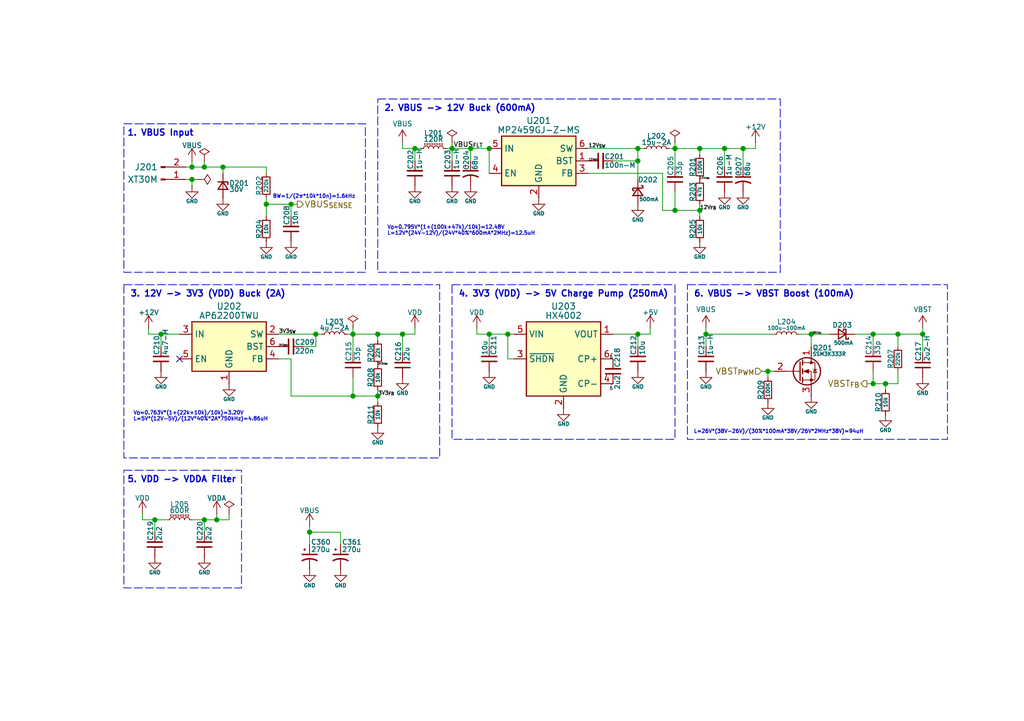
<source format=kicad_sch>
(kicad_sch (version 20250114) (generator "eeschema") (generator_version "9.0")
  (paper "A5")
  (lib_symbols
    (symbol "Bluesat:C_CompactH" (pin_numbers (hide yes)) (pin_names (offset 0.254) (hide yes))
      (property "Reference" "C" (at 0.762 0.889 0))
      (property "Value" "C_CompactH" (at -0.762 0.889 0))
      (symbol "C_CompactH_1_1"
        (pin passive line (at -2.54 0 0) (length 2.032) (name "~") (number "1"))
        (pin passive line (at 2.54 0 180) (length 2.032) (name "~") (number "2"))
      )
    )
    (symbol "Bluesat:C_CompactV" (pin_numbers (hide yes)) (pin_names (offset 0.254) (hide yes))
      (property "Reference" "C" (at 0.889 0.762 90))
      (property "Value" "C_CompactV" (at -0.889 0.762 90))
      (symbol "C_CompactV_1_1"
        (pin passive line (at 0 2.54 270) (length 2.032) (name "~") (number "2"))
        (pin passive line (at 0 -2.54 90) (length 2.032) (name "~") (number "1"))
      )
    )
    (symbol "Bluesat:MP2459GJ-Z-MS"
      (property "Reference" "U" (at -7.62 6.35 0))
      (property "Value" "MP2459GJ-Z-MS" (at 2.54 6.35 0))
      (symbol "MP2459GJ-Z-MS_1_1"
        (pin power_in line (at -10.16 2.54 0) (length 2.54) (name "IN") (number "5"))
        (pin passive line (at -10.16 -2.54 0) (length 2.54) (name "EN") (number "4"))
        (pin power_in line (at 0 -7.62 90) (length 2.54) (name "GND") (number "2"))
        (pin output line (at 10.16 2.54 180) (length 2.54) (name "SW") (number "6"))
        (pin passive line (at 10.16 0 180) (length 2.54) (name "BST") (number "1"))
        (pin input line (at 10.16 -2.54 180) (length 2.54) (name "FB") (number "3"))
      )
    )
    (symbol "Bluesat:R_CompactV" (pin_numbers (hide yes)) (pin_names (offset 0.254) (hide yes))
      (property "Reference" "R" (at -0.889 0 90))
      (property "Value" "R_CompactV" (at 0 0 90))
      (symbol "R_CompactV_1_1"
        (pin passive line (at 0 2.54 270) (length 0.762) (name "~") (number "1"))
        (pin passive line (at 0 -2.54 90) (length 0.762) (name "~") (number "2"))
      )
    )
    (symbol "Bluesat:VBST" (power) (pin_numbers (hide yes)) (pin_names (offset 0) (hide yes))
      (property "Value" "VBST" (at 0 3.556 0))
      (symbol "VBST_1_1"
        (pin power_in line (at 0 0 90) (length 0) (name "~") (number "1"))
      )
    )
    (symbol "C_CompactV_1" (pin_numbers (hide yes)) (pin_names (offset 0.254) (hide yes))
      (property "Reference" "C" (at -0.889 0.762 90))
      (property "Value" "C_CompactV" (at 0.889 0.762 90))
      (symbol "C_CompactV_1_1_1"
        (pin passive line (at 0 2.54 270) (length 2.032) (name "~") (number "2"))
        (pin passive line (at 0 -2.54 90) (length 2.032) (name "~") (number "1"))
      )
    )
    (symbol "C_CompactV_2" (pin_numbers (hide yes)) (pin_names (offset 0.254) (hide yes))
      (property "Reference" "C" (at -0.889 0.762 90))
      (property "Value" "C_CompactV" (at 0.889 0.762 90))
      (symbol "C_CompactV_2_1_1"
        (pin passive line (at 0 2.54 270) (length 2.032) (name "~") (number "2"))
        (pin passive line (at 0 -2.54 90) (length 2.032) (name "~") (number "1"))
      )
    )
    (symbol "Connector:Conn_01x02_Pin" (pin_names (offset 1.016) (hide yes))
      (property "Reference" "J" (at 0 2.54 0))
      (property "Value" "Conn_01x02_Pin" (at 0 -5.08 0))
      (symbol "Conn_01x02_Pin_1_1"
        (pin passive line (at 5.08 0 180) (length 3.81) (name "Pin_1") (number "1"))
        (pin passive line (at 5.08 -2.54 180) (length 3.81) (name "Pin_2") (number "2"))
      )
    )
    (symbol "D_Schottky_Small_1" (pin_numbers (hide yes)) (pin_names (offset 0.254) (hide yes))
      (property "Reference" "D" (at -1.27 2.032 0))
      (property "Value" "D_Schottky_Small" (at -7.112 -2.032 0))
      (symbol "D_Schottky_Small_1_1_1"
        (pin passive line (at -2.54 0 0) (length 1.778) (name "K") (number "1"))
        (pin passive line (at 2.54 0 180) (length 1.778) (name "A") (number "2"))
      )
    )
    (symbol "Device:C_Polarized_Small_US" (pin_numbers (hide yes)) (pin_names (offset 0.254) (hide yes))
      (property "Reference" "C" (at 0.254 1.778 0))
      (property "Value" "C_Polarized_Small_US" (at 0.254 -2.032 0))
      (symbol "C_Polarized_Small_US_1_1"
        (pin passive line (at 0 2.54 270) (length 2.032) (name "~") (number "1"))
        (pin passive line (at 0 -2.54 90) (length 2.032) (name "~") (number "2"))
      )
    )
    (symbol "Device:D_Schottky_Small" (pin_numbers (hide yes)) (pin_names (offset 0.254) (hide yes))
      (property "Reference" "D" (at -1.27 2.032 0))
      (property "Value" "D_Schottky_Small" (at -7.112 -2.032 0))
      (symbol "D_Schottky_Small_1_1"
        (pin passive line (at -2.54 0 0) (length 1.778) (name "K") (number "1"))
        (pin passive line (at 2.54 0 180) (length 1.778) (name "A") (number "2"))
      )
    )
    (symbol "Device:D_Zener_Small" (pin_numbers (hide yes)) (pin_names (offset 0.254) (hide yes))
      (property "Reference" "D" (at 0 2.286 0))
      (property "Value" "D_Zener_Small" (at 0 -2.286 0))
      (symbol "D_Zener_Small_1_1"
        (pin passive line (at -2.54 0 0) (length 1.778) (name "K") (number "1"))
        (pin passive line (at 2.54 0 180) (length 1.778) (name "A") (number "2"))
      )
    )
    (symbol "Device:L_Ferrite_Small" (pin_numbers (hide yes)) (pin_names (offset 0.254) (hide yes))
      (property "Reference" "L" (at 1.27 1.016 0))
      (property "Value" "L_Ferrite_Small" (at 1.27 -1.27 0))
      (symbol "L_Ferrite_Small_1_1"
        (pin passive line (at 0 2.54 270) (length 0.508) (name "~") (number "1"))
        (pin passive line (at 0 -2.54 90) (length 0.508) (name "~") (number "2"))
      )
    )
    (symbol "Device:L_Small" (pin_numbers (hide yes)) (pin_names (offset 0.254) (hide yes))
      (property "Reference" "L" (at 0.762 1.016 0))
      (property "Value" "L_Small" (at 0.762 -1.016 0))
      (symbol "L_Small_1_1"
        (pin passive line (at 0 2.54 270) (length 0.508) (name "~") (number "1"))
        (pin passive line (at 0 -2.54 90) (length 0.508) (name "~") (number "2"))
      )
    )
    (symbol "Regulator_SwitchedCapacitor:LTC1754"
      (property "Reference" "U" (at -7.62 10.16 0))
      (property "Value" "LTC1754" (at 5.08 10.16 0))
      (symbol "LTC1754_1_1"
        (pin power_in line (at -10.16 5.08 0) (length 2.54) (name "VIN") (number "5"))
        (pin input line (at -10.16 0 0) (length 2.54) (name "~{SHDN}") (number "3"))
        (pin power_in line (at 0 -10.16 90) (length 2.54) (name "GND") (number "2"))
        (pin power_out line (at 10.16 5.08 180) (length 2.54) (name "VOUT") (number "1"))
        (pin passive line (at 10.16 0 180) (length 2.54) (name "CP+") (number "6"))
        (pin passive line (at 10.16 -5.08 180) (length 2.54) (name "CP-") (number "4"))
      )
    )
    (symbol "Regulator_Switching:AP62300WU"
      (property "Reference" "U" (at -7.62 6.35 0))
      (property "Value" "AP62300WU" (at 2.54 6.35 0))
      (symbol "AP62300WU_1_1"
        (pin power_in line (at -10.16 2.54 0) (length 2.54) (name "IN") (number "3"))
        (pin passive line (at -10.16 -2.54 0) (length 2.54) (name "EN") (number "5"))
        (pin power_in line (at 0 -7.62 90) (length 2.54) (name "GND") (number "1"))
        (pin output line (at 10.16 2.54 180) (length 2.54) (name "SW") (number "2"))
        (pin passive line (at 10.16 0 180) (length 2.54) (name "BST") (number "6"))
        (pin input line (at 10.16 -2.54 180) (length 2.54) (name "FB") (number "4"))
      )
    )
    (symbol "Transistor_FET:Q_NMOS_DGS" (pin_names (offset 0) (hide yes))
      (property "Reference" "Q" (at 5.08 1.905 0))
      (property "Value" "Q_NMOS_DGS" (at 5.08 0 0))
      (symbol "Q_NMOS_DGS_1_1"
        (pin input line (at -5.08 0 0) (length 2.54) (name "G") (number "2"))
        (pin passive line (at 2.54 5.08 270) (length 2.54) (name "D") (number "1"))
        (pin passive line (at 2.54 -5.08 90) (length 2.54) (name "S") (number "3"))
      )
    )
    (symbol "power:+12V" (power) (pin_numbers (hide yes)) (pin_names (offset 0) (hide yes))
      (property "Value" "+12V" (at 0 3.556 0))
      (symbol "+12V_1_1"
        (pin power_in line (at 0 0 90) (length 0) (name "~") (number "1"))
      )
    )
    (symbol "power:+5V" (power) (pin_numbers (hide yes)) (pin_names (offset 0) (hide yes))
      (property "Value" "+5V" (at 0 3.556 0))
      (symbol "+5V_1_1"
        (pin power_in line (at 0 0 90) (length 0) (name "~") (number "1"))
      )
    )
    (symbol "power:GND" (power) (pin_numbers (hide yes)) (pin_names (offset 0) (hide yes))
      (property "Value" "GND" (at 0 -3.81 0))
      (symbol "GND_1_1"
        (pin power_in line (at 0 0 270) (length 0) (name "~") (number "1"))
      )
    )
    (symbol "power:PWR_FLAG" (power) (pin_numbers (hide yes)) (pin_names (offset 0) (hide yes))
      (property "Value" "PWR_FLAG" (at 0 3.81 0))
      (symbol "PWR_FLAG_0_0"
        (pin power_out line (at 0 0 90) (length 0) (name "~") (number "1"))
      )
    )
    (symbol "power:VBUS" (power) (pin_numbers (hide yes)) (pin_names (offset 0) (hide yes))
      (property "Value" "VBUS" (at 0 3.556 0))
      (symbol "VBUS_1_1"
        (pin power_in line (at 0 0 90) (length 0) (name "~") (number "1"))
      )
    )
    (symbol "power:VDD" (power) (pin_numbers (hide yes)) (pin_names (offset 0) (hide yes))
      (property "Value" "VDD" (at 0 3.556 0))
      (symbol "VDD_1_1"
        (pin power_in line (at 0 0 90) (length 0) (name "~") (number "1"))
      )
    )
    (symbol "power:VDDA" (power) (pin_numbers (hide yes)) (pin_names (offset 0) (hide yes))
      (property "Value" "VDDA" (at 0 3.556 0))
      (symbol "VDDA_1_1"
        (pin power_in line (at 0 0 90) (length 0) (name "~") (number "1"))
      )
    )
  )
  (rectangle (start 92.71 58.42) (end 138.43 90.17) (stroke (width 0) (type dash)))
  (rectangle (start 25.4 96.52) (end 49.53 120.65) (stroke (width 0) (type dash)))
  (rectangle (start 77.47 20.32) (end 160.02 55.88) (stroke (width 0) (type dash)))
  (rectangle (start 25.4 58.42) (end 90.17 93.98) (stroke (width 0) (type dash)))
  (rectangle (start 140.97 58.42) (end 194.31 90.17) (stroke (width 0) (type dash)))
  (rectangle (start 25.4 25.4) (end 74.93 55.88) (stroke (width 0) (type dash)))
  (text "BW=1/(2π*10k*10n)=1.6kHz" (at 55.88 40.005 0) (effects (font (size 0.762 0.762)) (justify left top)))
  (text "6. VBUS -> VBST Boost (100mA)" (at 142.24 59.69 0) (effects (font (size 1.27 1.27) (thickness 0.254) (bold yes)) (justify left top)))
  (text "2. VBUS -> 12V Buck (600mA)" (at 78.74 21.59 0) (effects (font (size 1.27 1.27) (thickness 0.254) (bold yes)) (justify left top)))
  (text "4. 3V3 (VDD) -> 5V Charge Pump (250mA)" (at 93.98 59.69 0) (effects (font (size 1.27 1.27) (thickness 0.254) (bold yes)) (justify left top)))
  (text "3. 12V -> 3V3 (VDD) Buck (2A)" (at 26.67 59.69 0) (effects (font (size 1.27 1.27) (thickness 0.254) (bold yes)) (justify left top)))
  (text "1. VBUS Input" (at 26.035 26.67 0) (effects (font (size 1.27 1.27) (thickness 0.254) (bold yes)) (justify left top)))
  (text "V_{O}=0.795V*(1+(100k+47k)/10k)=12.48V\nL=12V*(24V-12V)/(24V*40%*600mA*2MHz)=12.5uH" (at 79.375 46.355 0) (effects (font (size 0.762 0.762)) (justify left top)))
  (text "V_{O}=0.763V*(1+(22k+10k)/10k)=3.20V\nL=5V*(12V-5V)/(12V*40%*2A*750kHz)=4.86uH" (at 27.305 84.455 0) (effects (font (size 0.762 0.762)) (justify left top)))
  (text "5. VDD -> VDDA Filter" (at 26.035 97.79 0) (effects (font (size 1.27 1.27) (thickness 0.254) (bold yes)) (justify left top)))
  (text "L=26V*(38V-26V)/(30%*100mA*38V/26V*2MHz*38V)=94uH" (at 142.24 89.154 0) (effects (font (size 0.762 0.762)) (justify left bottom)))
  (junction (at 130.81 30.48))
  (junction (at 72.39 68.58))
  (junction (at 54.61 41.91))
  (junction (at 33.02 68.58))
  (junction (at 44.45 106.68))
  (junction (at 104.14 68.58))
  (junction (at 143.51 30.48))
  (junction (at 100.33 68.58))
  (junction (at 148.59 30.48))
  (junction (at 41.91 34.29))
  (junction (at 189.23 68.58))
  (junction (at 166.37 68.58))
  (junction (at 77.47 81.28))
  (junction (at 96.52 30.48))
  (junction (at 41.91 106.68))
  (junction (at 100.33 30.48))
  (junction (at 72.39 81.28))
  (junction (at 144.78 68.58))
  (junction (at 64.77 68.58))
  (junction (at 181.61 78.74))
  (junction (at 130.81 68.58))
  (junction (at 63.5 109.22))
  (junction (at 31.75 106.68))
  (junction (at 179.07 68.58))
  (junction (at 184.15 68.58))
  (junction (at 138.43 43.18))
  (junction (at 152.4 30.48))
  (junction (at 39.37 36.83))
  (junction (at 82.55 68.58))
  (junction (at 143.51 43.18))
  (junction (at 59.69 41.91))
  (junction (at 157.48 76.2))
  (junction (at 45.72 34.29))
  (junction (at 85.09 30.48))
  (junction (at 179.07 78.74))
  (junction (at 138.43 30.48))
  (junction (at 92.71 30.48))
  (junction (at 130.81 33.02))
  (junction (at 77.47 68.58))
  (junction (at 39.37 34.29))
  (no_connect (at 36.83 73.66))
  (wire (pts (xy 138.43 29.21) (xy 138.43 30.48)))
  (wire (pts (xy 100.33 68.58) (xy 104.14 68.58)))
  (wire (pts (xy 62.23 71.12) (xy 64.77 71.12)))
  (wire (pts (xy 31.75 106.68) (xy 34.29 106.68)))
  (wire (pts (xy 125.73 33.02) (xy 130.81 33.02)))
  (wire (pts (xy 158.75 76.2) (xy 157.48 76.2)))
  (wire (pts (xy 54.61 41.91) (xy 54.61 44.45)))
  (wire (pts (xy 54.61 41.91) (xy 59.69 41.91)))
  (wire (pts (xy 156.21 76.2) (xy 157.48 76.2)))
  (wire (pts (xy 143.51 30.48) (xy 148.59 30.48)))
  (wire (pts (xy 29.21 106.68) (xy 31.75 106.68)))
  (wire (pts (xy 130.81 68.58) (xy 130.81 71.12)))
  (wire (pts (xy 72.39 68.58) (xy 72.39 72.39)))
  (wire (pts (xy 133.35 67.31) (xy 133.35 68.58)))
  (wire (pts (xy 72.39 77.47) (xy 72.39 81.28)))
  (wire (pts (xy 33.02 68.58) (xy 36.83 68.58)))
  (wire (pts (xy 143.51 31.75) (xy 143.51 30.48)))
  (wire (pts (xy 148.59 30.48) (xy 148.59 34.29)))
  (wire (pts (xy 39.37 36.83) (xy 39.37 38.1)))
  (wire (pts (xy 39.37 36.83) (xy 40.64 36.83)))
  (wire (pts (xy 72.39 68.58) (xy 71.12 68.58)))
  (wire (pts (xy 137.16 30.48) (xy 138.43 30.48)))
  (wire (pts (xy 144.78 68.58) (xy 144.78 67.31)))
  (wire (pts (xy 138.43 43.18) (xy 143.51 43.18)))
  (wire (pts (xy 175.26 68.58) (xy 179.07 68.58)))
  (wire (pts (xy 92.71 30.48) (xy 92.71 33.02)))
  (wire (pts (xy 63.5 109.22) (xy 63.5 111.76)))
  (wire (pts (xy 179.07 68.58) (xy 179.07 71.12)))
  (wire (pts (xy 39.37 106.68) (xy 41.91 106.68)))
  (wire (pts (xy 144.78 68.58) (xy 158.75 68.58)))
  (wire (pts (xy 72.39 68.58) (xy 77.47 68.58)))
  (wire (pts (xy 82.55 30.48) (xy 82.55 29.21)))
  (wire (pts (xy 46.99 106.68) (xy 44.45 106.68)))
  (wire (pts (xy 120.65 30.48) (xy 130.81 30.48)))
  (wire (pts (xy 125.73 68.58) (xy 130.81 68.58)))
  (wire (pts (xy 179.07 78.74) (xy 179.07 76.2)))
  (wire (pts (xy 105.41 73.66) (xy 104.14 73.66)))
  (wire (pts (xy 82.55 72.39) (xy 82.55 68.58)))
  (wire (pts (xy 97.79 68.58) (xy 97.79 67.31)))
  (wire (pts (xy 59.69 73.66) (xy 57.15 73.66)))
  (wire (pts (xy 41.91 109.22) (xy 41.91 106.68)))
  (wire (pts (xy 100.33 68.58) (xy 100.33 71.12)))
  (wire (pts (xy 77.47 80.01) (xy 77.47 81.28)))
  (wire (pts (xy 184.15 68.58) (xy 189.23 68.58)))
  (wire (pts (xy 138.43 39.37) (xy 138.43 43.18)))
  (wire (pts (xy 143.51 43.18) (xy 143.51 44.45)))
  (wire (pts (xy 38.1 34.29) (xy 39.37 34.29)))
  (wire (pts (xy 57.15 68.58) (xy 64.77 68.58)))
  (wire (pts (xy 41.91 106.68) (xy 44.45 106.68)))
  (wire (pts (xy 143.51 41.91) (xy 143.51 43.18)))
  (wire (pts (xy 181.61 78.74) (xy 179.07 78.74)))
  (wire (pts (xy 100.33 30.48) (xy 100.33 35.56)))
  (wire (pts (xy 54.61 35.56) (xy 54.61 34.29)))
  (wire (pts (xy 72.39 81.28) (xy 59.69 81.28)))
  (wire (pts (xy 96.52 30.48) (xy 100.33 30.48)))
  (wire (pts (xy 72.39 67.31) (xy 72.39 68.58)))
  (wire (pts (xy 41.91 33.02) (xy 41.91 34.29)))
  (wire (pts (xy 181.61 78.74) (xy 181.61 80.01)))
  (wire (pts (xy 179.07 68.58) (xy 184.15 68.58)))
  (wire (pts (xy 92.71 30.48) (xy 96.52 30.48)))
  (wire (pts (xy 166.37 71.12) (xy 166.37 68.58)))
  (wire (pts (xy 85.09 30.48) (xy 86.36 30.48)))
  (wire (pts (xy 184.15 76.2) (xy 184.15 78.74)))
  (wire (pts (xy 39.37 34.29) (xy 41.91 34.29)))
  (wire (pts (xy 45.72 34.29) (xy 45.72 35.56)))
  (wire (pts (xy 41.91 34.29) (xy 45.72 34.29)))
  (wire (pts (xy 30.48 68.58) (xy 33.02 68.58)))
  (wire (pts (xy 59.69 41.91) (xy 59.69 44.45)))
  (wire (pts (xy 152.4 30.48) (xy 154.94 30.48)))
  (wire (pts (xy 138.43 30.48) (xy 143.51 30.48)))
  (wire (pts (xy 59.69 81.28) (xy 59.69 73.66)))
  (wire (pts (xy 77.47 81.28) (xy 77.47 82.55)))
  (wire (pts (xy 96.52 30.48) (xy 96.52 33.02)))
  (wire (pts (xy 69.85 111.76) (xy 69.85 109.22)))
  (wire (pts (xy 189.23 67.31) (xy 189.23 68.58)))
  (wire (pts (xy 46.99 105.41) (xy 46.99 106.68)))
  (wire (pts (xy 82.55 30.48) (xy 85.09 30.48)))
  (wire (pts (xy 44.45 106.68) (xy 44.45 105.41)))
  (wire (pts (xy 166.37 68.58) (xy 170.18 68.58)))
  (wire (pts (xy 157.48 76.2) (xy 157.48 77.47)))
  (wire (pts (xy 97.79 68.58) (xy 100.33 68.58)))
  (wire (pts (xy 29.21 106.68) (xy 29.21 105.41)))
  (wire (pts (xy 152.4 34.29) (xy 152.4 30.48)))
  (wire (pts (xy 154.94 30.48) (xy 154.94 29.21)))
  (wire (pts (xy 135.89 43.18) (xy 138.43 43.18)))
  (wire (pts (xy 33.02 68.58) (xy 33.02 71.12)))
  (wire (pts (xy 82.55 68.58) (xy 85.09 68.58)))
  (wire (pts (xy 72.39 81.28) (xy 77.47 81.28)))
  (wire (pts (xy 54.61 40.64) (xy 54.61 41.91)))
  (wire (pts (xy 184.15 78.74) (xy 181.61 78.74)))
  (wire (pts (xy 104.14 73.66) (xy 104.14 68.58)))
  (wire (pts (xy 92.71 29.21) (xy 92.71 30.48)))
  (wire (pts (xy 148.59 30.48) (xy 152.4 30.48)))
  (wire (pts (xy 184.15 68.58) (xy 184.15 71.12)))
  (wire (pts (xy 69.85 109.22) (xy 63.5 109.22)))
  (wire (pts (xy 77.47 69.85) (xy 77.47 68.58)))
  (wire (pts (xy 85.09 30.48) (xy 85.09 33.02)))
  (wire (pts (xy 31.75 106.68) (xy 31.75 109.22)))
  (wire (pts (xy 189.23 68.58) (xy 189.23 72.39)))
  (wire (pts (xy 130.81 68.58) (xy 133.35 68.58)))
  (wire (pts (xy 144.78 68.58) (xy 144.78 71.12)))
  (wire (pts (xy 64.77 68.58) (xy 66.04 68.58)))
  (wire (pts (xy 177.8 78.74) (xy 179.07 78.74)))
  (wire (pts (xy 104.14 68.58) (xy 105.41 68.58)))
  (wire (pts (xy 39.37 33.02) (xy 39.37 34.29)))
  (wire (pts (xy 77.47 68.58) (xy 82.55 68.58)))
  (wire (pts (xy 38.1 36.83) (xy 39.37 36.83)))
  (wire (pts (xy 135.89 35.56) (xy 135.89 43.18)))
  (wire (pts (xy 138.43 30.48) (xy 138.43 34.29)))
  (wire (pts (xy 91.44 30.48) (xy 92.71 30.48)))
  (wire (pts (xy 130.81 33.02) (xy 130.81 36.83)))
  (wire (pts (xy 85.09 68.58) (xy 85.09 67.31)))
  (wire (pts (xy 63.5 107.95) (xy 63.5 109.22)))
  (wire (pts (xy 64.77 68.58) (xy 64.77 71.12)))
  (wire (pts (xy 45.72 34.29) (xy 54.61 34.29)))
  (wire (pts (xy 59.69 41.91) (xy 60.96 41.91)))
  (wire (pts (xy 163.83 68.58) (xy 166.37 68.58)))
  (wire (pts (xy 30.48 68.58) (xy 30.48 67.31)))
  (wire (pts (xy 130.81 30.48) (xy 130.81 33.02)))
  (wire (pts (xy 130.81 30.48) (xy 132.08 30.48)))
  (wire (pts (xy 120.65 35.56) (xy 135.89 35.56)))
  (label "12V_{BST}" (at 120.65 33.02 0) (effects (font (size 0.381 0.381))))
  (label "12V_{SW}" (at 120.65 30.48 0) (effects (font (size 0.762 0.762))))
  (label "CP+" (at 125.73 73.66 90) (effects (font (size 0.381 0.381))))
  (label "3V3_{FB}" (at 77.47 81.28 0) (effects (font (size 0.762 0.762))))
  (label "3V3_{SW}" (at 57.15 68.58 0) (effects (font (size 0.762 0.762))))
  (label "VBUS_{FLT}" (at 99.06 30.48 180) (effects (font (size 1.016 1.016))))
  (label "12V_{FB}" (at 143.51 43.18 0) (effects (font (size 0.762 0.762))))
  (label "12V_{FBM}" (at 143.51 36.83 0) (effects (font (size 0.381 0.381))))
  (label "VBST_{SW}" (at 166.37 68.58 0) (effects (font (size 0.381 0.381))))
  (label "3V3_{BST}" (at 57.15 71.12 0) (effects (font (size 0.381 0.381))))
  (label "3V3_{FBM}" (at 77.47 74.93 0) (effects (font (size 0.381 0.381))))
  (label "CP-" (at 125.73 78.74 270) (effects (font (size 0.381 0.381))))
  (hierarchical_label "VBUS_{SENSE}" (shape output) (at 60.96 41.91 0))
  (hierarchical_label "VBST_{FB}" (shape output) (at 177.8 78.74 180))
  (hierarchical_label "VBST_{PWM}" (shape input) (at 156.21 76.2 180))
  (symbol (lib_id "power:GND") (at 39.37 38.1 0) (unit 1)
    (property "Reference" "#PWR0204" (effects (hide yes)))
    (property "Value" "GND" (at 39.37 41.275 0) (effects (font (size 0.762 0.762))))
    (property "Description" "Power symbol creates a global label with name \"GND\" , ground" (effects (hide yes)))
  )
  (symbol (lib_id "power:GND") (at 69.85 116.84 0) (unit 1)
    (property "Reference" "#PWR0238" (effects (hide yes)))
    (property "Value" "GND" (at 69.85 120.142 0) (effects (font (size 0.762 0.762))))
    (property "Description" "Power symbol creates a global label with name \"GND\" , ground" (effects (hide yes)))
  )
  (symbol (lib_id "power:GND") (at 143.51 49.53 0) (unit 1)
    (property "Reference" "#PWR0215" (effects (hide yes)))
    (property "Value" "GND" (at 143.51 52.705 0) (effects (font (size 0.762 0.762))))
    (property "Description" "Power symbol creates a global label with name \"GND\" , ground" (effects (hide yes)))
  )
  (symbol (lib_id "Bluesat:R_CompactV") (at 143.51 34.29 0) (unit 1)
    (property "Reference" "R201" (at 142.621 34.29 90) (effects (font (size 1.016 1.016)) (justify bottom)))
    (property "Value" "100k" (at 143.51 34.29 90) (effects (font (size 0.762 0.762))))
    (property "Footprint" "Resistor_SMD:R_0402_1005Metric" (effects (hide yes)))
    (property "Description" "Resistor, compact symbol" (effects (hide yes)))
  )
  (symbol (lib_id "Bluesat:C_CompactV") (at 123.19 33.02 270) (mirror x) (unit 1)
    (property "Reference" "C201" (at 123.952 32.131 90) (effects (font (size 1.016 1.016)) (justify left)))
    (property "Value" "100n-M" (at 123.952 33.909 90) (effects (font (size 1.016 1.016)) (justify left)))
    (property "Footprint" "Capacitor_SMD:C_0402_1005Metric" (effects (hide yes)))
    (property "Description" "Unpolarized capacitor, compact symbol" (effects (hide yes)))
  )
  (symbol (lib_name "C_CompactV_2") (lib_id "Bluesat:C_CompactV") (at 148.59 36.83 0) (unit 1)
    (property "Reference" "C206" (at 147.701 36.068 90) (effects (font (size 1.016 1.016)) (justify left)))
    (property "Value" "1u-M" (at 149.479 36.068 90) (effects (font (size 1.016 1.016)) (justify left)))
    (property "Footprint" "Capacitor_SMD:C_0805_2012Metric" (effects (hide yes)))
    (property "Description" "Unpolarized capacitor, compact symbol" (effects (hide yes)))
  )
  (symbol (lib_id "Device:C_Polarized_Small_US") (at 63.5 114.3 0) (unit 1)
    (property "Reference" "C360" (at 63.754 111.252 0) (effects (font (size 1.016 1.016)) (justify left)))
    (property "Value" "270u" (at 63.754 112.776 0) (effects (font (size 1.016 1.016)) (justify left)))
    (property "Footprint" "Capacitor_SMD:CP_Elec_10x10" (effects (hide yes)))
    (property "Description" "Polarized capacitor, small US symbol" (effects (hide yes)))
  )
  (symbol (lib_id "power:GND") (at 96.52 38.1 0) (unit 1)
    (property "Reference" "#PWR0207" (effects (hide yes)))
    (property "Value" "GND" (at 96.52 41.275 0) (effects (font (size 0.762 0.762))))
    (property "Description" "Power symbol creates a global label with name \"GND\" , ground" (effects (hide yes)))
  )
  (symbol (lib_id "Bluesat:C_CompactV") (at 59.69 46.99 0) (mirror y) (unit 1)
    (property "Reference" "C208" (at 58.801 46.228 90) (effects (font (size 1.016 1.016)) (justify left)))
    (property "Value" "10n" (at 60.579 46.228 90) (effects (font (size 1.016 1.016)) (justify left)))
    (property "Footprint" "Capacitor_SMD:C_0402_1005Metric" (effects (hide yes)))
    (property "Description" "Unpolarized capacitor, compact symbol" (effects (hide yes)))
  )
  (symbol (lib_id "power:GND") (at 63.5 116.84 0) (unit 1)
    (property "Reference" "#PWR0315" (effects (hide yes)))
    (property "Value" "GND" (at 63.5 120.142 0) (effects (font (size 0.762 0.762))))
    (property "Description" "Power symbol creates a global label with name \"GND\" , ground" (effects (hide yes)))
  )
  (symbol (lib_id "power:GND") (at 54.61 49.53 0) (unit 1)
    (property "Reference" "#PWR0213" (effects (hide yes)))
    (property "Value" "GND" (at 54.61 52.705 0) (effects (font (size 0.762 0.762))))
    (property "Description" "Power symbol creates a global label with name \"GND\" , ground" (effects (hide yes)))
  )
  (symbol (lib_id "Device:L_Small") (at 68.58 68.58 90) (unit 1)
    (property "Reference" "L203" (at 68.58 66.04 90) (effects (font (size 1.016 1.016))))
    (property "Value" "4u7-2A" (at 68.58 67.31 90) (effects (font (size 1.016 1.016))))
    (property "Footprint" "Inductor_SMD:L_Changjiang_FNR4020S" (effects (hide yes)))
    (property "Description" "Inductor, small symbol" (effects (hide yes)))
  )
  (symbol (lib_id "power:GND") (at 77.47 87.63 0) (unit 1)
    (property "Reference" "#PWR0233" (effects (hide yes)))
    (property "Value" "GND" (at 77.47 90.805 0) (effects (font (size 0.762 0.762))))
    (property "Description" "Power symbol creates a global label with name \"GND\" , ground" (effects (hide yes)))
  )
  (symbol (lib_id "power:GND") (at 152.4 39.37 0) (unit 1)
    (property "Reference" "#PWR0209" (effects (hide yes)))
    (property "Value" "GND" (at 152.4 42.545 0) (effects (font (size 0.762 0.762))))
    (property "Description" "Power symbol creates a global label with name \"GND\" , ground" (effects (hide yes)))
  )
  (symbol (lib_id "Bluesat:R_CompactV") (at 77.47 85.09 0) (unit 1)
    (property "Reference" "R211" (at 76.581 85.09 90) (effects (font (size 1.016 1.016)) (justify bottom)))
    (property "Value" "10k" (at 77.47 85.09 90) (effects (font (size 0.762 0.762))))
    (property "Footprint" "Resistor_SMD:R_0402_1005Metric" (effects (hide yes)))
    (property "Description" "Resistor, compact symbol" (effects (hide yes)))
  )
  (symbol (lib_id "Device:L_Small") (at 161.29 68.58 90) (unit 1)
    (property "Reference" "L204" (at 161.29 66.04 90) (effects (font (size 1.016 1.016))))
    (property "Value" "100u-100mA" (at 161.29 67.31 90) (effects (font (size 0.762 0.762))))
    (property "Footprint" "Inductor_SMD:L_0805_2012Metric" (effects (hide yes)))
    (property "Description" "Inductor, small symbol" (effects (hide yes)))
  )
  (symbol (lib_id "power:GND") (at 181.61 85.09 0) (unit 1)
    (property "Reference" "#PWR0232" (effects (hide yes)))
    (property "Value" "GND" (at 181.61 88.265 0) (effects (font (size 0.762 0.762))))
    (property "Description" "Power symbol creates a global label with name \"GND\" , ground" (effects (hide yes)))
  )
  (symbol (lib_id "power:GND") (at 31.75 114.3 0) (unit 1)
    (property "Reference" "#PWR0236" (effects (hide yes)))
    (property "Value" "GND" (at 31.75 117.475 0) (effects (font (size 0.762 0.762))))
    (property "Description" "Power symbol creates a global label with name \"GND\" , ground" (effects (hide yes)))
  )
  (symbol (lib_id "Regulator_SwitchedCapacitor:LTC1754") (at 115.57 73.66 0) (unit 1)
    (property "Reference" "U203" (at 115.57 62.865 0))
    (property "Value" "HX4002" (at 115.57 64.77 0))
    (property "Footprint" "Package_TO_SOT_SMD:SOT-23-6" (effects (hide yes)))
    (property "Datasheet" "https://www.analog.com/media/en/technical-documentation/data-sheets/175435f.pdf" (effects (hide yes)))
    (property "Description" "40mA charge-pump, SOT-23-6" (effects (hide yes)))
  )
  (symbol (lib_id "power:VDD") (at 85.09 67.31 0) (unit 1)
    (property "Reference" "#PWR0217" (effects (hide yes)))
    (property "Value" "VDD" (at 85.09 64.135 0) (effects (font (size 1.016 1.016))))
    (property "Description" "Power symbol creates a global label with name \"VDD\"" (effects (hide yes)))
  )
  (symbol (lib_id "power:PWR_FLAG") (at 92.71 29.21 0) (unit 1)
    (property "Reference" "#FLG0201" (effects (hide yes)))
    (property "Value" "PWR_FLAG" (effects (hide yes)))
    (property "Description" "Special symbol for telling ERC where power comes from" (effects (hide yes)))
  )
  (symbol (lib_id "power:GND") (at 92.71 38.1 0) (unit 1)
    (property "Reference" "#PWR0206" (effects (hide yes)))
    (property "Value" "GND" (at 92.71 41.275 0) (effects (font (size 0.762 0.762))))
    (property "Description" "Power symbol creates a global label with name \"GND\" , ground" (effects (hide yes)))
  )
  (symbol (lib_id "Bluesat:C_CompactV") (at 179.07 73.66 0) (unit 1)
    (property "Reference" "C214" (at 178.181 72.898 90) (effects (font (size 1.016 1.016)) (justify left)))
    (property "Value" "33p" (at 179.959 72.898 90) (effects (font (size 1.016 1.016)) (justify left)))
    (property "Footprint" "Capacitor_SMD:C_0402_1005Metric" (effects (hide yes)))
    (property "Description" "Unpolarized capacitor, compact symbol" (effects (hide yes)))
  )
  (symbol (lib_name "D_Schottky_Small_1") (lib_id "Device:D_Schottky_Small") (at 130.81 39.37 270) (unit 1)
    (property "Reference" "D202" (at 130.81 37.465 90) (effects (font (size 1.016 1.016)) (justify left bottom)))
    (property "Value" "500mA" (at 131.064 40.894 90) (effects (font (size 0.762 0.762)) (justify left)))
    (property "Footprint" "Diode_SMD:D_SOD-123" (effects (hide yes)))
    (property "Description" "Schottky diode, small symbol" (effects (hide yes)))
  )
  (symbol (lib_id "power:GND") (at 148.59 39.37 0) (unit 1)
    (property "Reference" "#PWR0208" (effects (hide yes)))
    (property "Value" "GND" (at 148.59 42.545 0) (effects (font (size 0.762 0.762))))
    (property "Description" "Power symbol creates a global label with name \"GND\" , ground" (effects (hide yes)))
  )
  (symbol (lib_id "power:GND") (at 110.49 40.64 0) (unit 1)
    (property "Reference" "#PWR0211" (effects (hide yes)))
    (property "Value" "GND" (at 110.49 43.815 0) (effects (font (size 0.762 0.762))))
    (property "Description" "Power symbol creates a global label with name \"GND\" , ground" (effects (hide yes)))
  )
  (symbol (lib_id "Bluesat:R_CompactV") (at 77.47 72.39 0) (unit 1)
    (property "Reference" "R206" (at 76.581 72.39 90) (effects (font (size 1.016 1.016)) (justify bottom)))
    (property "Value" "22k" (at 77.47 72.39 90) (effects (font (size 0.762 0.762))))
    (property "Footprint" "Resistor_SMD:R_0402_1005Metric" (effects (hide yes)))
    (property "Description" "Resistor, compact symbol" (effects (hide yes)))
  )
  (symbol (lib_id "power:GND") (at 157.48 82.55 0) (unit 1)
    (property "Reference" "#PWR0230" (effects (hide yes)))
    (property "Value" "GND" (at 157.48 85.725 0) (effects (font (size 0.762 0.762))))
    (property "Description" "Power symbol creates a global label with name \"GND\" , ground" (effects (hide yes)))
  )
  (symbol (lib_id "power:PWR_FLAG") (at 41.91 33.02 0) (unit 1)
    (property "Reference" "#FLG0203" (effects (hide yes)))
    (property "Value" "PWR_FLAG" (effects (hide yes)))
    (property "Description" "Special symbol for telling ERC where power comes from" (effects (hide yes)))
  )
  (symbol (lib_id "Transistor_FET:Q_NMOS_DGS") (at 163.83 76.2 0) (unit 1)
    (property "Reference" "Q201" (at 166.624 71.374 0) (effects (font (size 1.016 1.016)) (justify left)))
    (property "Value" "SSM3K333R" (at 166.624 72.644 0) (effects (font (size 0.762 0.762)) (justify left)))
    (property "Footprint" "Package_TO_SOT_SMD:TSOT-23" (effects (hide yes)))
    (property "Description" "N-MOSFET transistor, drain/gate/source" (effects (hide yes)))
  )
  (symbol (lib_id "Bluesat:R_CompactV") (at 54.61 46.99 0) (unit 1)
    (property "Reference" "R204" (at 53.721 46.99 90) (effects (font (size 1.016 1.016)) (justify bottom)))
    (property "Value" "10k" (at 54.61 46.99 90) (effects (font (size 0.762 0.762))))
    (property "Footprint" "Resistor_SMD:R_0402_1005Metric" (effects (hide yes)))
    (property "Description" "Resistor, compact symbol" (effects (hide yes)))
  )
  (symbol (lib_id "power:GND") (at 130.81 76.2 0) (unit 1)
    (property "Reference" "#PWR0224" (effects (hide yes)))
    (property "Value" "GND" (at 130.81 79.375 0) (effects (font (size 0.762 0.762))))
    (property "Description" "Power symbol creates a global label with name \"GND\" , ground" (effects (hide yes)))
  )
  (symbol (lib_id "Bluesat:C_CompactV") (at 82.55 74.93 0) (mirror y) (unit 1)
    (property "Reference" "C216" (at 81.661 74.168 90) (effects (font (size 1.016 1.016)) (justify left)))
    (property "Value" "22u" (at 83.439 74.168 90) (effects (font (size 1.016 1.016)) (justify left)))
    (property "Footprint" "Capacitor_SMD:C_1210_3225Metric" (effects (hide yes)))
    (property "Description" "Unpolarized capacitor, compact symbol" (effects (hide yes)))
  )
  (symbol (lib_id "power:+12V") (at 30.48 67.31 0) (unit 1)
    (property "Reference" "#PWR0216" (effects (hide yes)))
    (property "Value" "+12V" (at 30.48 64.135 0) (effects (font (size 1.016 1.016))))
    (property "Description" "Power symbol creates a global label with name \"+12V\"" (effects (hide yes)))
  )
  (symbol (lib_id "Device:D_Zener_Small") (at 45.72 38.1 270) (unit 1)
    (property "Reference" "D201" (at 46.99 37.592 90) (effects (font (size 1.016 1.016)) (justify left)))
    (property "Value" "30V" (at 46.99 38.862 90) (effects (font (size 1.016 1.016)) (justify left)))
    (property "Footprint" "Diode_SMD:D_SOD-123F" (effects (hide yes)))
    (property "Description" "Zener diode, small symbol" (effects (hide yes)))
  )
  (symbol (lib_id "power:+5V") (at 133.35 67.31 0) (unit 1)
    (property "Reference" "#PWR0219" (effects (hide yes)))
    (property "Value" "+5V" (at 133.35 64.135 0) (effects (font (size 1.016 1.016))))
    (property "Description" "Power symbol creates a global label with name \"+5V\"" (effects (hide yes)))
  )
  (symbol (lib_id "Bluesat:C_CompactV") (at 59.69 71.12 270) (mirror x) (unit 1)
    (property "Reference" "C209" (at 60.452 70.231 90) (effects (font (size 1.016 1.016)) (justify left)))
    (property "Value" "220n" (at 60.452 72.009 90) (effects (font (size 1.016 1.016)) (justify left)))
    (property "Footprint" "Capacitor_SMD:C_0402_1005Metric" (effects (hide yes)))
    (property "Description" "Unpolarized capacitor, compact symbol" (effects (hide yes)))
  )
  (symbol (lib_id "Bluesat:C_CompactV") (at 189.23 74.93 0) (unit 1)
    (property "Reference" "C217" (at 188.341 74.168 90) (effects (font (size 1.016 1.016)) (justify left)))
    (property "Value" "2u2-H" (at 190.119 74.168 90) (effects (font (size 1.016 1.016)) (justify left)))
    (property "Footprint" "Capacitor_SMD:C_1206_3216Metric" (effects (hide yes)))
    (property "Description" "Unpolarized capacitor, compact symbol" (effects (hide yes)))
  )
  (symbol (lib_id "Device:L_Ferrite_Small") (at 88.9 30.48 90) (unit 1)
    (property "Reference" "L201" (at 88.9 27.305 90) (effects (font (size 1.016 1.016))))
    (property "Value" "120R" (at 88.9 28.575 90) (effects (font (size 1.016 1.016))))
    (property "Footprint" "Resistor_SMD:R_0603_1608Metric" (effects (hide yes)))
    (property "Description" "Inductor with ferrite core, small symbol" (effects (hide yes)))
  )
  (symbol (lib_id "Bluesat:C_CompactV") (at 144.78 73.66 0) (unit 1)
    (property "Reference" "C213" (at 143.891 72.898 90) (effects (font (size 1.016 1.016)) (justify left)))
    (property "Value" "1u-H" (at 145.669 72.898 90) (effects (font (size 1.016 1.016)) (justify left)))
    (property "Footprint" "Capacitor_SMD:C_1206_3216Metric" (effects (hide yes)))
    (property "Description" "Unpolarized capacitor, compact symbol" (effects (hide yes)))
  )
  (symbol (lib_id "Bluesat:R_CompactV") (at 143.51 39.37 0) (unit 1)
    (property "Reference" "R203" (at 142.621 39.37 90) (effects (font (size 1.016 1.016)) (justify bottom)))
    (property "Value" "47k" (at 143.51 39.37 90) (effects (font (size 0.762 0.762))))
    (property "Footprint" "Resistor_SMD:R_0402_1005Metric" (effects (hide yes)))
    (property "Description" "Resistor, compact symbol" (effects (hide yes)))
  )
  (symbol (lib_id "Device:D_Schottky_Small") (at 172.72 68.58 180) (unit 1)
    (property "Reference" "D203" (at 172.72 67.31 0) (effects (font (size 1.016 1.016)) (justify top)))
    (property "Value" "500mA" (at 172.974 70.358 0) (effects (font (size 0.762 0.762))))
    (property "Footprint" "Diode_SMD:D_SOD-123" (effects (hide yes)))
    (property "Description" "Schottky diode, small symbol" (effects (hide yes)))
  )
  (symbol (lib_id "power:VDDA") (at 44.45 105.41 0) (unit 1)
    (property "Reference" "#PWR0235" (effects (hide yes)))
    (property "Value" "VDDA" (at 44.45 102.235 0) (effects (font (size 1.016 1.016))))
    (property "Description" "Power symbol creates a global label with name \"VDDA\"" (effects (hide yes)))
  )
  (symbol (lib_id "Bluesat:R_CompactV") (at 77.47 77.47 0) (unit 1)
    (property "Reference" "R208" (at 76.581 77.47 90) (effects (font (size 1.016 1.016)) (justify bottom)))
    (property "Value" "10k" (at 77.47 77.47 90) (effects (font (size 0.762 0.762))))
    (property "Footprint" "Resistor_SMD:R_0402_1005Metric" (effects (hide yes)))
    (property "Description" "Resistor, compact symbol" (effects (hide yes)))
  )
  (symbol (lib_id "power:PWR_FLAG") (at 46.99 105.41 0) (unit 1)
    (property "Reference" "#FLG0206" (effects (hide yes)))
    (property "Value" "PWR_FLAG" (effects (hide yes)))
    (property "Description" "Special symbol for telling ERC where power comes from" (effects (hide yes)))
  )
  (symbol (lib_id "power:GND") (at 85.09 38.1 0) (unit 1)
    (property "Reference" "#PWR0205" (effects (hide yes)))
    (property "Value" "GND" (at 85.09 41.275 0) (effects (font (size 0.762 0.762))))
    (property "Description" "Power symbol creates a global label with name \"GND\" , ground" (effects (hide yes)))
  )
  (symbol (lib_name "C_CompactV_2") (lib_id "Bluesat:C_CompactV") (at 41.91 111.76 0) (unit 1)
    (property "Reference" "C220" (at 41.021 110.998 90) (effects (font (size 1.016 1.016)) (justify left)))
    (property "Value" "2u2" (at 42.799 110.998 90) (effects (font (size 1.016 1.016)) (justify left)))
    (property "Footprint" "Capacitor_SMD:C_0603_1608Metric" (effects (hide yes)))
    (property "Description" "Unpolarized capacitor, compact symbol" (effects (hide yes)))
  )
  (symbol (lib_id "power:VBUS") (at 82.55 29.21 0) (unit 1)
    (property "Reference" "#PWR0201" (effects (hide yes)))
    (property "Value" "VBUS" (at 82.55 25.4 0) (effects (font (size 1.016 1.016))))
    (property "Description" "Power symbol creates a global label with name \"VBUS\"" (effects (hide yes)))
  )
  (symbol (lib_id "power:VBUS") (at 144.78 67.31 0) (unit 1)
    (property "Reference" "#PWR0220" (effects (hide yes)))
    (property "Value" "VBUS" (at 144.78 63.5 0) (effects (font (size 1.016 1.016))))
    (property "Description" "Power symbol creates a global label with name \"VBUS\"" (effects (hide yes)))
  )
  (symbol (lib_id "power:VDD") (at 29.21 105.41 0) (unit 1)
    (property "Reference" "#PWR0234" (effects (hide yes)))
    (property "Value" "VDD" (at 29.21 102.235 0) (effects (font (size 1.016 1.016))))
    (property "Description" "Power symbol creates a global label with name \"VDD\"" (effects (hide yes)))
  )
  (symbol (lib_id "Bluesat:MP2459GJ-Z-MS") (at 110.49 33.02 0) (unit 1)
    (property "Reference" "U201" (at 110.49 24.765 0))
    (property "Value" "MP2459GJ-Z-MS" (at 110.49 26.67 0))
    (property "Footprint" "Package_TO_SOT_SMD:TSOT-23-6" (effects (hide yes)))
    (property "Datasheet" "https://www.lcsc.com/datasheet/lcsc_datasheet_2504101957_MSKSEMI-MP2459GJ-Z-MS_C45367195.pdf" (effects (hide yes)))
    (property "Description" "monolithic, step-down, switch mode converter with a built-in power MOSFET" (effects (hide yes)))
  )
  (symbol (lib_id "power:GND") (at 41.91 114.3 0) (unit 1)
    (property "Reference" "#PWR0237" (effects (hide yes)))
    (property "Value" "GND" (at 41.91 117.475 0) (effects (font (size 0.762 0.762))))
    (property "Description" "Power symbol creates a global label with name \"GND\" , ground" (effects (hide yes)))
  )
  (symbol (lib_id "Regulator_Switching:AP62300WU") (at 46.99 71.12 0) (unit 1)
    (property "Reference" "U202" (at 46.99 62.865 0))
    (property "Value" "AP62200TWU" (at 46.99 64.77 0))
    (property "Footprint" "Package_TO_SOT_SMD:TSOT-23-6" (effects (hide yes)))
    (property "Datasheet" "https://www.diodes.com/assets/Datasheets/AP62300_AP62301_AP62300T.pdf" (effects (hide yes)))
    (property "Description" "3A, 750kHz Buck DC/DC Converter, PFM for light load efficiency, 4.2V-18V input voltage, 0.8V-7V adjustable output voltage, TSOT-23-6" (effects (hide yes)))
  )
  (symbol (lib_id "power:GND") (at 166.37 81.28 0) (unit 1)
    (property "Reference" "#PWR0229" (effects (hide yes)))
    (property "Value" "GND" (at 166.37 84.455 0) (effects (font (size 0.762 0.762))))
    (property "Description" "Power symbol creates a global label with name \"GND\" , ground" (effects (hide yes)))
  )
  (symbol (lib_id "power:GND") (at 33.02 76.2 0) (unit 1)
    (property "Reference" "#PWR0222" (effects (hide yes)))
    (property "Value" "GND" (at 33.02 79.375 0) (effects (font (size 0.762 0.762))))
    (property "Description" "Power symbol creates a global label with name \"GND\" , ground" (effects (hide yes)))
  )
  (symbol (lib_id "power:VBUS") (at 63.5 107.95 0) (unit 1)
    (property "Reference" "#PWR0239" (effects (hide yes)))
    (property "Value" "VBUS" (at 63.5 104.775 0) (effects (font (size 1.016 1.016))))
    (property "Description" "Power symbol creates a global label with name \"VBUS\"" (effects (hide yes)))
  )
  (symbol (lib_id "power:PWR_FLAG") (at 72.39 67.31 0) (unit 1)
    (property "Reference" "#FLG0205" (effects (hide yes)))
    (property "Value" "PWR_FLAG" (effects (hide yes)))
    (property "Description" "Special symbol for telling ERC where power comes from" (effects (hide yes)))
  )
  (symbol (lib_id "power:GND") (at 46.99 78.74 0) (unit 1)
    (property "Reference" "#PWR0228" (effects (hide yes)))
    (property "Value" "GND" (at 46.99 81.915 0) (effects (font (size 0.762 0.762))))
    (property "Description" "Power symbol creates a global label with name \"GND\" , ground" (effects (hide yes)))
  )
  (symbol (lib_id "Bluesat:C_CompactV") (at 138.43 36.83 0) (mirror y) (unit 1)
    (property "Reference" "C205" (at 137.541 36.068 90) (effects (font (size 1.016 1.016)) (justify left)))
    (property "Value" "33p" (at 139.319 36.068 90) (effects (font (size 1.016 1.016)) (justify left)))
    (property "Footprint" "Capacitor_SMD:C_0402_1005Metric" (effects (hide yes)))
    (property "Description" "Unpolarized capacitor, compact symbol" (effects (hide yes)))
  )
  (symbol (lib_name "C_CompactV_2") (lib_id "Bluesat:C_CompactV") (at 92.71 35.56 0) (unit 1)
    (property "Reference" "C203" (at 91.821 34.798 90) (effects (font (size 1.016 1.016)) (justify left)))
    (property "Value" "1u-H" (at 93.599 34.798 90) (effects (font (size 1.016 1.016)) (justify left)))
    (property "Footprint" "Capacitor_SMD:C_1206_3216Metric" (effects (hide yes)))
    (property "Description" "Unpolarized capacitor, compact symbol" (effects (hide yes)))
  )
  (symbol (lib_id "Bluesat:C_CompactV") (at 33.02 73.66 0) (mirror y) (unit 1)
    (property "Reference" "C210" (at 32.131 72.898 90) (effects (font (size 1.016 1.016)) (justify left)))
    (property "Value" "4u7-M" (at 33.909 72.898 90) (effects (font (size 1.016 1.016)) (justify left)))
    (property "Footprint" "Capacitor_SMD:C_1206_3216Metric" (effects (hide yes)))
    (property "Description" "Unpolarized capacitor, compact symbol" (effects (hide yes)))
  )
  (symbol (lib_id "power:+12V") (at 154.94 29.21 0) (unit 1)
    (property "Reference" "#PWR0202" (effects (hide yes)))
    (property "Value" "+12V" (at 154.94 26.035 0) (effects (font (size 1.016 1.016))))
    (property "Description" "Power symbol creates a global label with name \"+12V\"" (effects (hide yes)))
  )
  (symbol (lib_id "Device:C_Polarized_Small_US") (at 96.52 35.56 0) (unit 1)
    (property "Reference" "C204" (at 95.631 34.925 90) (effects (font (size 1.016 1.016)) (justify left)))
    (property "Value" "68u" (at 97.409 34.925 90) (effects (font (size 1.016 1.016)) (justify left)))
    (property "Footprint" "Capacitor_SMD:CP_Elec_6.3x7.7" (effects (hide yes)))
    (property "Description" "Polarized capacitor, small US symbol" (effects (hide yes)))
  )
  (symbol (lib_id "Device:L_Ferrite_Small") (at 36.83 106.68 90) (unit 1)
    (property "Reference" "L205" (at 36.83 103.505 90) (effects (font (size 1.016 1.016))))
    (property "Value" "600R" (at 36.83 104.775 90) (effects (font (size 1.016 1.016))))
    (property "Footprint" "Resistor_SMD:R_0402_1005Metric" (effects (hide yes)))
    (property "Description" "Inductor with ferrite core, small symbol" (effects (hide yes)))
  )
  (symbol (lib_id "power:PWR_FLAG") (at 138.43 29.21 0) (unit 1)
    (property "Reference" "#FLG0202" (effects (hide yes)))
    (property "Value" "PWR_FLAG" (effects (hide yes)))
    (property "Description" "Special symbol for telling ERC where power comes from" (effects (hide yes)))
  )
  (symbol (lib_name "C_CompactV_1") (lib_id "Bluesat:C_CompactV") (at 100.33 73.66 0) (mirror y) (unit 1)
    (property "Reference" "C211" (at 101.219 72.898 90) (effects (font (size 1.016 1.016)) (justify left)))
    (property "Value" "10u" (at 99.441 72.898 90) (effects (font (size 1.016 1.016)) (justify left)))
    (property "Footprint" "Capacitor_SMD:C_1206_3216Metric" (effects (hide yes)))
    (property "Description" "Unpolarized capacitor, compact symbol" (effects (hide yes)))
  )
  (symbol (lib_id "power:VBUS") (at 39.37 33.02 0) (unit 1)
    (property "Reference" "#PWR0203" (effects (hide yes)))
    (property "Value" "VBUS" (at 39.37 29.845 0) (effects (font (size 1.016 1.016))))
    (property "Description" "Power symbol creates a global label with name \"VBUS\"" (effects (hide yes)))
  )
  (symbol (lib_id "Connector:Conn_01x02_Pin") (at 33.02 36.83 0) (mirror x) (unit 1)
    (property "Reference" "J201" (at 32.385 34.29 0) (effects (justify right)))
    (property "Value" "XT30M" (at 32.385 36.83 0) (effects (justify right)))
    (property "Footprint" "Connector_AMASS:AMASS_XT30U-M_1x02_P5.0mm_Vertical" (effects (hide yes)))
    (property "Description" "Generic connector, single row, 01x02, script generated" (effects (hide yes)))
  )
  (symbol (lib_id "power:GND") (at 100.33 76.2 0) (unit 1)
    (property "Reference" "#PWR0223" (effects (hide yes)))
    (property "Value" "GND" (at 100.33 79.375 0) (effects (font (size 0.762 0.762))))
    (property "Description" "Power symbol creates a global label with name \"GND\" , ground" (effects (hide yes)))
  )
  (symbol (lib_id "power:VDD") (at 97.79 67.31 0) (unit 1)
    (property "Reference" "#PWR0218" (effects (hide yes)))
    (property "Value" "VDD" (at 97.79 64.135 0) (effects (font (size 1.016 1.016))))
    (property "Description" "Power symbol creates a global label with name \"VDD\"" (effects (hide yes)))
  )
  (symbol (lib_id "power:GND") (at 144.78 76.2 0) (unit 1)
    (property "Reference" "#PWR0225" (effects (hide yes)))
    (property "Value" "GND" (at 144.78 79.375 0) (effects (font (size 0.762 0.762))))
    (property "Description" "Power symbol creates a global label with name \"GND\" , ground" (effects (hide yes)))
  )
  (symbol (lib_id "Bluesat:R_CompactV") (at 184.15 73.66 0) (unit 1)
    (property "Reference" "R207" (at 183.261 73.66 90) (effects (font (size 1.016 1.016)) (justify bottom)))
    (property "Value" "220k" (at 184.15 73.66 90) (effects (font (size 0.762 0.762))))
    (property "Footprint" "Resistor_SMD:R_0402_1005Metric" (effects (hide yes)))
    (property "Description" "Resistor, compact symbol" (effects (hide yes)))
  )
  (symbol (lib_id "Bluesat:R_CompactV") (at 143.51 46.99 0) (unit 1)
    (property "Reference" "R205" (at 142.621 46.99 90) (effects (font (size 1.016 1.016)) (justify bottom)))
    (property "Value" "10k" (at 143.51 46.99 90) (effects (font (size 0.762 0.762))))
    (property "Footprint" "Resistor_SMD:R_0402_1005Metric" (effects (hide yes)))
    (property "Description" "Resistor, compact symbol" (effects (hide yes)))
  )
  (symbol (lib_id "Bluesat:R_CompactV") (at 54.61 38.1 0) (unit 1)
    (property "Reference" "R202" (at 53.721 38.1 90) (effects (font (size 1.016 1.016)) (justify bottom)))
    (property "Value" "220k" (at 54.61 38.1 90) (effects (font (size 0.762 0.762))))
    (property "Footprint" "Resistor_SMD:R_0402_1005Metric" (effects (hide yes)))
    (property "Description" "Resistor, compact symbol" (effects (hide yes)))
  )
  (symbol (lib_id "Bluesat:C_CompactH") (at 125.73 76.2 270) (mirror x) (unit 1)
    (property "Reference" "C218" (at 126.619 75.438 0) (effects (font (size 1.016 1.016)) (justify left)))
    (property "Value" "2u2" (at 126.619 76.962 0) (effects (font (size 1.016 1.016)) (justify right)))
    (property "Footprint" "Capacitor_SMD:C_0603_1608Metric" (effects (hide yes)))
    (property "Description" "Unpolarized capacitor, compact symbol" (effects (hide yes)))
  )
  (symbol (lib_id "Device:C_Polarized_Small_US") (at 152.4 36.83 0) (unit 1)
    (property "Reference" "C207" (at 151.511 36.195 90) (effects (font (size 1.016 1.016)) (justify left)))
    (property "Value" "68u" (at 153.289 36.195 90) (effects (font (size 1.016 1.016)) (justify left)))
    (property "Footprint" "Capacitor_SMD:CP_Elec_6.3x7.7" (effects (hide yes)))
    (property "Description" "Polarized capacitor, small US symbol" (effects (hide yes)))
  )
  (symbol (lib_id "Bluesat:C_CompactV") (at 72.39 74.93 0) (mirror y) (unit 1)
    (property "Reference" "C215" (at 71.501 74.168 90) (effects (font (size 1.016 1.016)) (justify left)))
    (property "Value" "33p" (at 73.279 74.168 90) (effects (font (size 1.016 1.016)) (justify left)))
    (property "Footprint" "Capacitor_SMD:C_0402_1005Metric" (effects (hide yes)))
    (property "Description" "Unpolarized capacitor, compact symbol" (effects (hide yes)))
  )
  (symbol (lib_id "power:GND") (at 59.69 49.53 0) (unit 1)
    (property "Reference" "#PWR0214" (effects (hide yes)))
    (property "Value" "GND" (at 59.69 52.705 0) (effects (font (size 0.762 0.762))))
    (property "Description" "Power symbol creates a global label with name \"GND\" , ground" (effects (hide yes)))
  )
  (symbol (lib_id "Device:C_Polarized_Small_US") (at 69.85 114.3 0) (unit 1)
    (property "Reference" "C361" (at 70.104 111.252 0) (effects (font (size 1.016 1.016)) (justify left)))
    (property "Value" "270u" (at 70.104 112.776 0) (effects (font (size 1.016 1.016)) (justify left)))
    (property "Footprint" "Capacitor_SMD:CP_Elec_10x10" (effects (hide yes)))
    (property "Description" "Polarized capacitor, small US symbol" (effects (hide yes)))
  )
  (symbol (lib_id "power:GND") (at 82.55 77.47 0) (unit 1)
    (property "Reference" "#PWR0226" (effects (hide yes)))
    (property "Value" "GND" (at 82.55 80.645 0) (effects (font (size 0.762 0.762))))
    (property "Description" "Power symbol creates a global label with name \"GND\" , ground" (effects (hide yes)))
  )
  (symbol (lib_id "power:PWR_FLAG") (at 40.64 36.83 270) (unit 1)
    (property "Reference" "#FLG0204" (effects (hide yes)))
    (property "Value" "PWR_FLAG" (effects (hide yes)))
    (property "Description" "Special symbol for telling ERC where power comes from" (effects (hide yes)))
  )
  (symbol (lib_id "power:GND") (at 45.72 40.64 0) (unit 1)
    (property "Reference" "#PWR0210" (effects (hide yes)))
    (property "Value" "GND" (at 45.72 43.815 0) (effects (font (size 0.762 0.762))))
    (property "Description" "Power symbol creates a global label with name \"GND\" , ground" (effects (hide yes)))
  )
  (symbol (lib_id "power:GND") (at 130.81 41.91 0) (unit 1)
    (property "Reference" "#PWR0212" (effects (hide yes)))
    (property "Value" "GND" (at 130.81 45.085 0) (effects (font (size 0.762 0.762))))
    (property "Description" "Power symbol creates a global label with name \"GND\" , ground" (effects (hide yes)))
  )
  (symbol (lib_id "Bluesat:VBST") (at 189.23 67.31 0) (unit 1)
    (property "Reference" "#PWR0221" (effects (hide yes)))
    (property "Value" "VBST" (at 189.23 63.5 0) (effects (font (size 1.016 1.016))))
    (property "Description" "Power symbol creates a global label with name {dblquote}VBST{dblquote}" (effects (hide yes)))
  )
  (symbol (lib_name "C_CompactV_2") (lib_id "Bluesat:C_CompactV") (at 31.75 111.76 0) (unit 1)
    (property "Reference" "C219" (at 30.861 110.998 90) (effects (font (size 1.016 1.016)) (justify left)))
    (property "Value" "2u2" (at 32.639 110.998 90) (effects (font (size 1.016 1.016)) (justify left)))
    (property "Footprint" "Capacitor_SMD:C_0603_1608Metric" (effects (hide yes)))
    (property "Description" "Unpolarized capacitor, compact symbol" (effects (hide yes)))
  )
  (symbol (lib_name "C_CompactV_2") (lib_id "Bluesat:C_CompactV") (at 85.09 35.56 0) (unit 1)
    (property "Reference" "C202" (at 84.201 34.798 90) (effects (font (size 1.016 1.016)) (justify left)))
    (property "Value" "1u-H" (at 85.979 34.798 90) (effects (font (size 1.016 1.016)) (justify left)))
    (property "Footprint" "Capacitor_SMD:C_1206_3216Metric" (effects (hide yes)))
    (property "Description" "Unpolarized capacitor, compact symbol" (effects (hide yes)))
  )
  (symbol (lib_id "Bluesat:R_CompactV") (at 157.48 80.01 0) (unit 1)
    (property "Reference" "R209" (at 156.591 80.01 90) (effects (font (size 1.016 1.016)) (justify bottom)))
    (property "Value" "100K" (at 157.48 80.01 90) (effects (font (size 0.762 0.762))))
    (property "Footprint" "Resistor_SMD:R_0402_1005Metric" (effects (hide yes)))
    (property "Description" "Resistor, compact symbol" (effects (hide yes)))
  )
  (symbol (lib_id "power:GND") (at 189.23 77.47 0) (unit 1)
    (property "Reference" "#PWR0227" (effects (hide yes)))
    (property "Value" "GND" (at 189.23 80.645 0) (effects (font (size 0.762 0.762))))
    (property "Description" "Power symbol creates a global label with name \"GND\" , ground" (effects (hide yes)))
  )
  (symbol (lib_id "Device:L_Small") (at 134.62 30.48 90) (unit 1)
    (property "Reference" "L202" (at 134.62 27.94 90) (effects (font (size 1.016 1.016))))
    (property "Value" "15u-2A" (at 134.62 29.21 90) (effects (font (size 1.016 1.016))))
    (property "Footprint" "Inductor_SMD:L_Changjiang_FNR5040S" (effects (hide yes)))
    (property "Description" "Inductor, small symbol" (effects (hide yes)))
  )
  (symbol (lib_id "Bluesat:R_CompactV") (at 181.61 82.55 0) (unit 1)
    (property "Reference" "R210" (at 180.721 82.55 90) (effects (font (size 1.016 1.016)) (justify bottom)))
    (property "Value" "10k" (at 181.61 82.55 90) (effects (font (size 0.762 0.762))))
    (property "Footprint" "Resistor_SMD:R_0402_1005Metric" (effects (hide yes)))
    (property "Description" "Resistor, compact symbol" (effects (hide yes)))
  )
  (symbol (lib_name "C_CompactV_1") (lib_id "Bluesat:C_CompactV") (at 130.81 73.66 0) (unit 1)
    (property "Reference" "C212" (at 129.921 72.898 90) (effects (font (size 1.016 1.016)) (justify left)))
    (property "Value" "10u" (at 131.699 72.898 90) (effects (font (size 1.016 1.016)) (justify left)))
    (property "Footprint" "Capacitor_SMD:C_1206_3216Metric" (effects (hide yes)))
    (property "Description" "Unpolarized capacitor, compact symbol" (effects (hide yes)))
  )
  (symbol (lib_id "power:GND") (at 115.57 83.82 0) (unit 1)
    (property "Reference" "#PWR0231" (effects (hide yes)))
    (property "Value" "GND" (at 115.57 86.995 0) (effects (font (size 0.762 0.762))))
    (property "Description" "Power symbol creates a global label with name \"GND\" , ground" (effects (hide yes)))
  )
)
</source>
